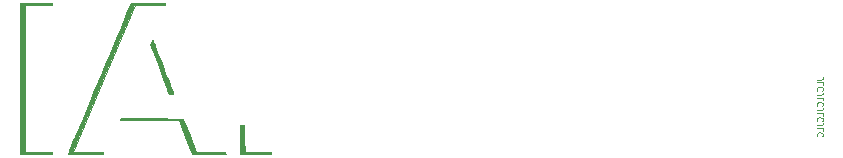
<source format=gbr>
%TF.GenerationSoftware,KiCad,Pcbnew,(5.1.6)-1*%
%TF.CreationDate,2022-05-14T23:18:14+05:30*%
%TF.ProjectId,iSPACE_keychain,69535041-4345-45f6-9b65-79636861696e,rev?*%
%TF.SameCoordinates,Original*%
%TF.FileFunction,Legend,Bot*%
%TF.FilePolarity,Positive*%
%FSLAX46Y46*%
G04 Gerber Fmt 4.6, Leading zero omitted, Abs format (unit mm)*
G04 Created by KiCad (PCBNEW (5.1.6)-1) date 2022-05-14 23:18:14*
%MOMM*%
%LPD*%
G01*
G04 APERTURE LIST*
%ADD10C,0.125000*%
%ADD11C,0.010000*%
G04 APERTURE END LIST*
D10*
X151389590Y-90629076D02*
X151746733Y-90629076D01*
X151818161Y-90605266D01*
X151865780Y-90557647D01*
X151889590Y-90486219D01*
X151889590Y-90438600D01*
X151889590Y-91105266D02*
X151889590Y-90867171D01*
X151389590Y-90867171D01*
X151841971Y-91557647D02*
X151865780Y-91533838D01*
X151889590Y-91462409D01*
X151889590Y-91414790D01*
X151865780Y-91343361D01*
X151818161Y-91295742D01*
X151770542Y-91271933D01*
X151675304Y-91248123D01*
X151603876Y-91248123D01*
X151508638Y-91271933D01*
X151461019Y-91295742D01*
X151413400Y-91343361D01*
X151389590Y-91414790D01*
X151389590Y-91462409D01*
X151413400Y-91533838D01*
X151437209Y-91557647D01*
X151389590Y-91914790D02*
X151746733Y-91914790D01*
X151818161Y-91890980D01*
X151865780Y-91843361D01*
X151889590Y-91771933D01*
X151889590Y-91724314D01*
X151889590Y-92390980D02*
X151889590Y-92152885D01*
X151389590Y-92152885D01*
X151841971Y-92843361D02*
X151865780Y-92819552D01*
X151889590Y-92748123D01*
X151889590Y-92700504D01*
X151865780Y-92629076D01*
X151818161Y-92581457D01*
X151770542Y-92557647D01*
X151675304Y-92533838D01*
X151603876Y-92533838D01*
X151508638Y-92557647D01*
X151461019Y-92581457D01*
X151413400Y-92629076D01*
X151389590Y-92700504D01*
X151389590Y-92748123D01*
X151413400Y-92819552D01*
X151437209Y-92843361D01*
X151389590Y-93200504D02*
X151746733Y-93200504D01*
X151818161Y-93176695D01*
X151865780Y-93129076D01*
X151889590Y-93057647D01*
X151889590Y-93010028D01*
X151889590Y-93676695D02*
X151889590Y-93438600D01*
X151389590Y-93438600D01*
X151841971Y-94129076D02*
X151865780Y-94105266D01*
X151889590Y-94033838D01*
X151889590Y-93986219D01*
X151865780Y-93914790D01*
X151818161Y-93867171D01*
X151770542Y-93843361D01*
X151675304Y-93819552D01*
X151603876Y-93819552D01*
X151508638Y-93843361D01*
X151461019Y-93867171D01*
X151413400Y-93914790D01*
X151389590Y-93986219D01*
X151389590Y-94033838D01*
X151413400Y-94105266D01*
X151437209Y-94129076D01*
X151389590Y-94486219D02*
X151746733Y-94486219D01*
X151818161Y-94462409D01*
X151865780Y-94414790D01*
X151889590Y-94343361D01*
X151889590Y-94295742D01*
X151889590Y-94962409D02*
X151889590Y-94724314D01*
X151389590Y-94724314D01*
X151841971Y-95414790D02*
X151865780Y-95390980D01*
X151889590Y-95319552D01*
X151889590Y-95271933D01*
X151865780Y-95200504D01*
X151818161Y-95152885D01*
X151770542Y-95129076D01*
X151675304Y-95105266D01*
X151603876Y-95105266D01*
X151508638Y-95129076D01*
X151461019Y-95152885D01*
X151413400Y-95200504D01*
X151389590Y-95271933D01*
X151389590Y-95319552D01*
X151413400Y-95390980D01*
X151437209Y-95414790D01*
D11*
%TO.C,G\u002A\u002A\u002A*%
G36*
X95138665Y-87285467D02*
G01*
X95161983Y-87343001D01*
X95198231Y-87433990D01*
X95246238Y-87555420D01*
X95304831Y-87704277D01*
X95372838Y-87877548D01*
X95449088Y-88072219D01*
X95532408Y-88285277D01*
X95621626Y-88513708D01*
X95715569Y-88754499D01*
X95813067Y-89004636D01*
X95912946Y-89261106D01*
X96014035Y-89520894D01*
X96115162Y-89780989D01*
X96215155Y-90038375D01*
X96312840Y-90290039D01*
X96407048Y-90532969D01*
X96496604Y-90764150D01*
X96580338Y-90980568D01*
X96657077Y-91179211D01*
X96725650Y-91357065D01*
X96784883Y-91511116D01*
X96833605Y-91638350D01*
X96870644Y-91735754D01*
X96894828Y-91800315D01*
X96904985Y-91829019D01*
X96905233Y-91830145D01*
X96886001Y-91836505D01*
X96835884Y-91840419D01*
X96766254Y-91842020D01*
X96688481Y-91841440D01*
X96613936Y-91838814D01*
X96553988Y-91834273D01*
X96520009Y-91827953D01*
X96516486Y-91825590D01*
X96505226Y-91799773D01*
X96480478Y-91737773D01*
X96443446Y-91642789D01*
X96395335Y-91518022D01*
X96337350Y-91366670D01*
X96270693Y-91191936D01*
X96196571Y-90997017D01*
X96116188Y-90785116D01*
X96030747Y-90559431D01*
X95941453Y-90323162D01*
X95849511Y-90079511D01*
X95756125Y-89831676D01*
X95662499Y-89582858D01*
X95569839Y-89336257D01*
X95479347Y-89095073D01*
X95392229Y-88862506D01*
X95309688Y-88641755D01*
X95232931Y-88436022D01*
X95163160Y-88248507D01*
X95101580Y-88082408D01*
X95049395Y-87940926D01*
X95007811Y-87827262D01*
X94978031Y-87744616D01*
X94961259Y-87696186D01*
X94957900Y-87684454D01*
X94965050Y-87645183D01*
X94983961Y-87583630D01*
X95010822Y-87509124D01*
X95041823Y-87430995D01*
X95073154Y-87358572D01*
X95101005Y-87301185D01*
X95121565Y-87268164D01*
X95129449Y-87264401D01*
X95138665Y-87285467D01*
G37*
X95138665Y-87285467D02*
X95161983Y-87343001D01*
X95198231Y-87433990D01*
X95246238Y-87555420D01*
X95304831Y-87704277D01*
X95372838Y-87877548D01*
X95449088Y-88072219D01*
X95532408Y-88285277D01*
X95621626Y-88513708D01*
X95715569Y-88754499D01*
X95813067Y-89004636D01*
X95912946Y-89261106D01*
X96014035Y-89520894D01*
X96115162Y-89780989D01*
X96215155Y-90038375D01*
X96312840Y-90290039D01*
X96407048Y-90532969D01*
X96496604Y-90764150D01*
X96580338Y-90980568D01*
X96657077Y-91179211D01*
X96725650Y-91357065D01*
X96784883Y-91511116D01*
X96833605Y-91638350D01*
X96870644Y-91735754D01*
X96894828Y-91800315D01*
X96904985Y-91829019D01*
X96905233Y-91830145D01*
X96886001Y-91836505D01*
X96835884Y-91840419D01*
X96766254Y-91842020D01*
X96688481Y-91841440D01*
X96613936Y-91838814D01*
X96553988Y-91834273D01*
X96520009Y-91827953D01*
X96516486Y-91825590D01*
X96505226Y-91799773D01*
X96480478Y-91737773D01*
X96443446Y-91642789D01*
X96395335Y-91518022D01*
X96337350Y-91366670D01*
X96270693Y-91191936D01*
X96196571Y-90997017D01*
X96116188Y-90785116D01*
X96030747Y-90559431D01*
X95941453Y-90323162D01*
X95849511Y-90079511D01*
X95756125Y-89831676D01*
X95662499Y-89582858D01*
X95569839Y-89336257D01*
X95479347Y-89095073D01*
X95392229Y-88862506D01*
X95309688Y-88641755D01*
X95232931Y-88436022D01*
X95163160Y-88248507D01*
X95101580Y-88082408D01*
X95049395Y-87940926D01*
X95007811Y-87827262D01*
X94978031Y-87744616D01*
X94961259Y-87696186D01*
X94957900Y-87684454D01*
X94965050Y-87645183D01*
X94983961Y-87583630D01*
X95010822Y-87509124D01*
X95041823Y-87430995D01*
X95073154Y-87358572D01*
X95101005Y-87301185D01*
X95121565Y-87268164D01*
X95129449Y-87264401D01*
X95138665Y-87285467D01*
G36*
X102921674Y-95604541D02*
G01*
X102927150Y-96742250D01*
X104043691Y-96747728D01*
X105160233Y-96753207D01*
X105160233Y-96943333D01*
X102577900Y-96943333D01*
X102577900Y-94466833D01*
X102916198Y-94466833D01*
X102921674Y-95604541D01*
G37*
X102921674Y-95604541D02*
X102927150Y-96742250D01*
X104043691Y-96747728D01*
X105160233Y-96753207D01*
X105160233Y-96943333D01*
X102577900Y-96943333D01*
X102577900Y-94466833D01*
X102916198Y-94466833D01*
X102921674Y-95604541D01*
G36*
X95089679Y-93921709D02*
G01*
X97733421Y-93927083D01*
X98278683Y-95334666D01*
X98823945Y-96742250D01*
X100042526Y-96747712D01*
X101261106Y-96753175D01*
X101295086Y-96838099D01*
X101315907Y-96892279D01*
X101327908Y-96927659D01*
X101329066Y-96933178D01*
X101308473Y-96934892D01*
X101248990Y-96936514D01*
X101154059Y-96938019D01*
X101027123Y-96939383D01*
X100871626Y-96940582D01*
X100691009Y-96941592D01*
X100488716Y-96942389D01*
X100268189Y-96942947D01*
X100032872Y-96943243D01*
X99895025Y-96943286D01*
X98460983Y-96943239D01*
X97912419Y-95493369D01*
X97363855Y-94043500D01*
X94880294Y-94043500D01*
X94559837Y-94043419D01*
X94251403Y-94043186D01*
X93957608Y-94042810D01*
X93681070Y-94042300D01*
X93424403Y-94041667D01*
X93190225Y-94040921D01*
X92981151Y-94040073D01*
X92799797Y-94039132D01*
X92648779Y-94038108D01*
X92530714Y-94037012D01*
X92448218Y-94035853D01*
X92403907Y-94034642D01*
X92396733Y-94033912D01*
X92404575Y-94009697D01*
X92421334Y-93970330D01*
X92445936Y-93916336D01*
X95089679Y-93921709D01*
G37*
X95089679Y-93921709D02*
X97733421Y-93927083D01*
X98278683Y-95334666D01*
X98823945Y-96742250D01*
X100042526Y-96747712D01*
X101261106Y-96753175D01*
X101295086Y-96838099D01*
X101315907Y-96892279D01*
X101327908Y-96927659D01*
X101329066Y-96933178D01*
X101308473Y-96934892D01*
X101248990Y-96936514D01*
X101154059Y-96938019D01*
X101027123Y-96939383D01*
X100871626Y-96940582D01*
X100691009Y-96941592D01*
X100488716Y-96942389D01*
X100268189Y-96942947D01*
X100032872Y-96943243D01*
X99895025Y-96943286D01*
X98460983Y-96943239D01*
X97912419Y-95493369D01*
X97363855Y-94043500D01*
X94880294Y-94043500D01*
X94559837Y-94043419D01*
X94251403Y-94043186D01*
X93957608Y-94042810D01*
X93681070Y-94042300D01*
X93424403Y-94041667D01*
X93190225Y-94040921D01*
X92981151Y-94040073D01*
X92799797Y-94039132D01*
X92648779Y-94038108D01*
X92530714Y-94037012D01*
X92448218Y-94035853D01*
X92403907Y-94034642D01*
X92396733Y-94033912D01*
X92404575Y-94009697D01*
X92421334Y-93970330D01*
X92445936Y-93916336D01*
X95089679Y-93921709D01*
G36*
X96181314Y-84228961D02*
G01*
X96198344Y-84279783D01*
X96206590Y-84311708D01*
X96206733Y-84313627D01*
X96186177Y-84316207D01*
X96126954Y-84318639D01*
X96032730Y-84320880D01*
X95907171Y-84322889D01*
X95753943Y-84324625D01*
X95576711Y-84326045D01*
X95379142Y-84327109D01*
X95164902Y-84327774D01*
X94941980Y-84328000D01*
X93677227Y-84328000D01*
X91027804Y-90535125D01*
X88378380Y-96742250D01*
X89680675Y-96747703D01*
X89948002Y-96748876D01*
X90176054Y-96750049D01*
X90367889Y-96751322D01*
X90526568Y-96752796D01*
X90655149Y-96754572D01*
X90756689Y-96756750D01*
X90834249Y-96759432D01*
X90890886Y-96762716D01*
X90929659Y-96766705D01*
X90953627Y-96771499D01*
X90965849Y-96777198D01*
X90969384Y-96783902D01*
X90968020Y-96790037D01*
X90949557Y-96837715D01*
X90931997Y-96885125D01*
X90910925Y-96943333D01*
X89441912Y-96943333D01*
X89140377Y-96943043D01*
X88870136Y-96942186D01*
X88632612Y-96940782D01*
X88429222Y-96938851D01*
X88261388Y-96936411D01*
X88130528Y-96933484D01*
X88038064Y-96930088D01*
X87985415Y-96926243D01*
X87972900Y-96922980D01*
X87980955Y-96902086D01*
X88004717Y-96843586D01*
X88043581Y-96748936D01*
X88096939Y-96619592D01*
X88164186Y-96457013D01*
X88244715Y-96262655D01*
X88337922Y-96037974D01*
X88443198Y-95784429D01*
X88559940Y-95503476D01*
X88687539Y-95196571D01*
X88825391Y-94865173D01*
X88972890Y-94510738D01*
X89129428Y-94134723D01*
X89294401Y-93738584D01*
X89467202Y-93323780D01*
X89647225Y-92891767D01*
X89833865Y-92444002D01*
X90026514Y-91981942D01*
X90224566Y-91507044D01*
X90427417Y-91020765D01*
X90620880Y-90557105D01*
X90827733Y-90061407D01*
X91030417Y-89575695D01*
X91228323Y-89101428D01*
X91420843Y-88640065D01*
X91607367Y-88193065D01*
X91787286Y-87761887D01*
X91959993Y-87347991D01*
X92124877Y-86952835D01*
X92281331Y-86577879D01*
X92428746Y-86224581D01*
X92566512Y-85894401D01*
X92694021Y-85588798D01*
X92810664Y-85309230D01*
X92915833Y-85057158D01*
X93008917Y-84834040D01*
X93089310Y-84641334D01*
X93156402Y-84480501D01*
X93209583Y-84353000D01*
X93248246Y-84260288D01*
X93271781Y-84203826D01*
X93279561Y-84185125D01*
X93290092Y-84179713D01*
X93318653Y-84175039D01*
X93367735Y-84171058D01*
X93439825Y-84167724D01*
X93537411Y-84164992D01*
X93662981Y-84162815D01*
X93819025Y-84161149D01*
X94008030Y-84159947D01*
X94232485Y-84159165D01*
X94494878Y-84158756D01*
X94723079Y-84158666D01*
X96155895Y-84158666D01*
X96181314Y-84228961D01*
G37*
X96181314Y-84228961D02*
X96198344Y-84279783D01*
X96206590Y-84311708D01*
X96206733Y-84313627D01*
X96186177Y-84316207D01*
X96126954Y-84318639D01*
X96032730Y-84320880D01*
X95907171Y-84322889D01*
X95753943Y-84324625D01*
X95576711Y-84326045D01*
X95379142Y-84327109D01*
X95164902Y-84327774D01*
X94941980Y-84328000D01*
X93677227Y-84328000D01*
X91027804Y-90535125D01*
X88378380Y-96742250D01*
X89680675Y-96747703D01*
X89948002Y-96748876D01*
X90176054Y-96750049D01*
X90367889Y-96751322D01*
X90526568Y-96752796D01*
X90655149Y-96754572D01*
X90756689Y-96756750D01*
X90834249Y-96759432D01*
X90890886Y-96762716D01*
X90929659Y-96766705D01*
X90953627Y-96771499D01*
X90965849Y-96777198D01*
X90969384Y-96783902D01*
X90968020Y-96790037D01*
X90949557Y-96837715D01*
X90931997Y-96885125D01*
X90910925Y-96943333D01*
X89441912Y-96943333D01*
X89140377Y-96943043D01*
X88870136Y-96942186D01*
X88632612Y-96940782D01*
X88429222Y-96938851D01*
X88261388Y-96936411D01*
X88130528Y-96933484D01*
X88038064Y-96930088D01*
X87985415Y-96926243D01*
X87972900Y-96922980D01*
X87980955Y-96902086D01*
X88004717Y-96843586D01*
X88043581Y-96748936D01*
X88096939Y-96619592D01*
X88164186Y-96457013D01*
X88244715Y-96262655D01*
X88337922Y-96037974D01*
X88443198Y-95784429D01*
X88559940Y-95503476D01*
X88687539Y-95196571D01*
X88825391Y-94865173D01*
X88972890Y-94510738D01*
X89129428Y-94134723D01*
X89294401Y-93738584D01*
X89467202Y-93323780D01*
X89647225Y-92891767D01*
X89833865Y-92444002D01*
X90026514Y-91981942D01*
X90224566Y-91507044D01*
X90427417Y-91020765D01*
X90620880Y-90557105D01*
X90827733Y-90061407D01*
X91030417Y-89575695D01*
X91228323Y-89101428D01*
X91420843Y-88640065D01*
X91607367Y-88193065D01*
X91787286Y-87761887D01*
X91959993Y-87347991D01*
X92124877Y-86952835D01*
X92281331Y-86577879D01*
X92428746Y-86224581D01*
X92566512Y-85894401D01*
X92694021Y-85588798D01*
X92810664Y-85309230D01*
X92915833Y-85057158D01*
X93008917Y-84834040D01*
X93089310Y-84641334D01*
X93156402Y-84480501D01*
X93209583Y-84353000D01*
X93248246Y-84260288D01*
X93271781Y-84203826D01*
X93279561Y-84185125D01*
X93290092Y-84179713D01*
X93318653Y-84175039D01*
X93367735Y-84171058D01*
X93439825Y-84167724D01*
X93537411Y-84164992D01*
X93662981Y-84162815D01*
X93819025Y-84161149D01*
X94008030Y-84159947D01*
X94232485Y-84159165D01*
X94494878Y-84158756D01*
X94723079Y-84158666D01*
X96155895Y-84158666D01*
X96181314Y-84228961D01*
G36*
X86639400Y-84328000D02*
G01*
X84353400Y-84328000D01*
X84353400Y-96752833D01*
X86639400Y-96752833D01*
X86639400Y-96943333D01*
X83930066Y-96943333D01*
X83930066Y-84158666D01*
X86639400Y-84158666D01*
X86639400Y-84328000D01*
G37*
X86639400Y-84328000D02*
X84353400Y-84328000D01*
X84353400Y-96752833D01*
X86639400Y-96752833D01*
X86639400Y-96943333D01*
X83930066Y-96943333D01*
X83930066Y-84158666D01*
X86639400Y-84158666D01*
X86639400Y-84328000D01*
%TD*%
M02*

</source>
